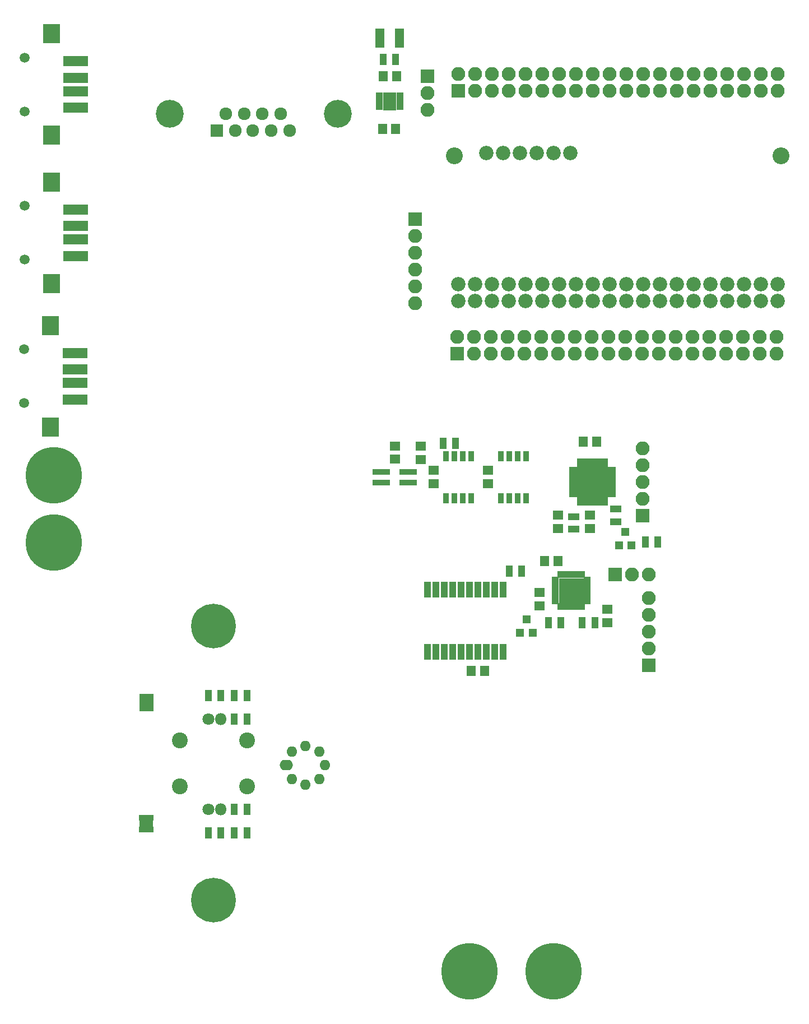
<source format=gbr>
G04 #@! TF.FileFunction,Soldermask,Top*
%FSLAX46Y46*%
G04 Gerber Fmt 4.6, Leading zero omitted, Abs format (unit mm)*
G04 Created by KiCad (PCBNEW 4.0.6) date 09/10/17 19:14:27*
%MOMM*%
%LPD*%
G01*
G04 APERTURE LIST*
%ADD10C,0.100000*%
%ADD11R,3.790000X1.520000*%
%ADD12R,2.620000X2.840000*%
%ADD13C,1.500000*%
%ADD14R,1.050000X0.750000*%
%ADD15R,1.175000X1.600000*%
%ADD16R,2.100000X2.100000*%
%ADD17O,2.100000X2.100000*%
%ADD18C,6.750000*%
%ADD19R,1.400000X1.650000*%
%ADD20R,1.650000X1.400000*%
%ADD21R,1.400000X2.900000*%
%ADD22C,4.210000*%
%ADD23R,1.920000X1.920000*%
%ADD24C,1.920000*%
%ADD25C,8.500000*%
%ADD26C,2.178000*%
%ADD27C,2.550000*%
%ADD28R,1.200000X1.300000*%
%ADD29R,1.100000X1.700000*%
%ADD30R,1.700000X1.100000*%
%ADD31C,2.398980*%
%ADD32R,0.908000X1.543000*%
%ADD33R,0.750000X0.900000*%
%ADD34R,1.000000X2.350000*%
%ADD35C,1.800000*%
%ADD36O,1.800000X1.800000*%
%ADD37R,1.400000X0.770000*%
%ADD38R,0.770000X1.400000*%
%ADD39R,1.462500X1.462500*%
%ADD40R,1.100000X0.650000*%
%ADD41R,0.650000X1.100000*%
%ADD42R,2.125000X2.125000*%
%ADD43O,2.000000X1.600000*%
%ADD44O,1.600000X1.600000*%
%ADD45R,0.700000X0.900000*%
%ADD46R,1.280000X1.460000*%
G04 APERTURE END LIST*
D10*
D11*
X22390891Y-19360000D03*
X22390891Y-21860000D03*
X22390891Y-23860000D03*
X22390891Y-26360000D03*
D12*
X18710891Y-30530000D03*
X18710891Y-15190000D03*
D13*
X14710891Y-18800000D03*
X14710891Y-26920000D03*
D11*
X22390891Y-41743479D03*
X22390891Y-44243479D03*
X22390891Y-46243479D03*
X22390891Y-48743479D03*
D12*
X18710891Y-52913479D03*
X18710891Y-37573479D03*
D13*
X14710891Y-41183479D03*
X14710891Y-49303479D03*
D11*
X22285000Y-63425000D03*
X22285000Y-65925000D03*
X22285000Y-67925000D03*
X22285000Y-70425000D03*
D12*
X18605000Y-74595000D03*
X18605000Y-59255000D03*
D13*
X14605000Y-62865000D03*
X14605000Y-70985000D03*
D14*
X71400000Y-26375000D03*
X71400000Y-25725000D03*
X71400000Y-25075000D03*
X71400000Y-24425000D03*
X68300000Y-24425000D03*
X68300000Y-25075000D03*
X68300000Y-25725000D03*
X68300000Y-26375000D03*
D15*
X69462500Y-24800000D03*
X69462500Y-26000000D03*
X70237500Y-24800000D03*
X70237500Y-26000000D03*
D16*
X73660000Y-43180000D03*
D17*
X73660000Y-45720000D03*
X73660000Y-48260000D03*
X73660000Y-50800000D03*
X73660000Y-53340000D03*
X73660000Y-55880000D03*
D18*
X43180000Y-104648000D03*
X43180000Y-146050000D03*
D19*
X101076000Y-76835000D03*
X99076000Y-76835000D03*
D20*
X100076000Y-87916000D03*
X100076000Y-89916000D03*
X95250000Y-87916000D03*
X95250000Y-89916000D03*
D21*
X71350000Y-15875000D03*
X68350000Y-15875000D03*
D19*
X68850000Y-21590000D03*
X70850000Y-21590000D03*
X68739000Y-29591000D03*
X70739000Y-29591000D03*
D20*
X74549000Y-79502000D03*
X74549000Y-77502000D03*
X70612000Y-79470000D03*
X70612000Y-77470000D03*
X84709000Y-81156252D03*
X84709000Y-83156252D03*
X76454000Y-81156252D03*
X76454000Y-83156252D03*
D19*
X82185000Y-111465990D03*
X84185000Y-111465990D03*
X93234000Y-94869000D03*
X95234000Y-94869000D03*
D20*
X102743000Y-102140000D03*
X102743000Y-104140000D03*
X92456000Y-99600000D03*
X92456000Y-101600000D03*
D16*
X75565000Y-21590000D03*
D17*
X75565000Y-24130000D03*
X75565000Y-26670000D03*
D16*
X80166160Y-23806452D03*
D17*
X80166160Y-21266452D03*
X82706160Y-23806452D03*
X82706160Y-21266452D03*
X85246160Y-23806452D03*
X85246160Y-21266452D03*
X87786160Y-23806452D03*
X87786160Y-21266452D03*
X90326160Y-23806452D03*
X90326160Y-21266452D03*
X92866160Y-23806452D03*
X92866160Y-21266452D03*
X95406160Y-23806452D03*
X95406160Y-21266452D03*
X97946160Y-23806452D03*
X97946160Y-21266452D03*
X100486160Y-23806452D03*
X100486160Y-21266452D03*
X103026160Y-23806452D03*
X103026160Y-21266452D03*
X105566160Y-23806452D03*
X105566160Y-21266452D03*
X108106160Y-23806452D03*
X108106160Y-21266452D03*
X110646160Y-23806452D03*
X110646160Y-21266452D03*
X113186160Y-23806452D03*
X113186160Y-21266452D03*
X115726160Y-23806452D03*
X115726160Y-21266452D03*
X118266160Y-23806452D03*
X118266160Y-21266452D03*
X120806160Y-23806452D03*
X120806160Y-21266452D03*
X123346160Y-23806452D03*
X123346160Y-21266452D03*
X125886160Y-23806452D03*
X125886160Y-21266452D03*
X128426160Y-23806452D03*
X128426160Y-21266452D03*
D16*
X80010000Y-63500000D03*
D17*
X80010000Y-60960000D03*
X82550000Y-63500000D03*
X82550000Y-60960000D03*
X85090000Y-63500000D03*
X85090000Y-60960000D03*
X87630000Y-63500000D03*
X87630000Y-60960000D03*
X90170000Y-63500000D03*
X90170000Y-60960000D03*
X92710000Y-63500000D03*
X92710000Y-60960000D03*
X95250000Y-63500000D03*
X95250000Y-60960000D03*
X97790000Y-63500000D03*
X97790000Y-60960000D03*
X100330000Y-63500000D03*
X100330000Y-60960000D03*
X102870000Y-63500000D03*
X102870000Y-60960000D03*
X105410000Y-63500000D03*
X105410000Y-60960000D03*
X107950000Y-63500000D03*
X107950000Y-60960000D03*
X110490000Y-63500000D03*
X110490000Y-60960000D03*
X113030000Y-63500000D03*
X113030000Y-60960000D03*
X115570000Y-63500000D03*
X115570000Y-60960000D03*
X118110000Y-63500000D03*
X118110000Y-60960000D03*
X120650000Y-63500000D03*
X120650000Y-60960000D03*
X123190000Y-63500000D03*
X123190000Y-60960000D03*
X125730000Y-63500000D03*
X125730000Y-60960000D03*
X128270000Y-63500000D03*
X128270000Y-60960000D03*
D22*
X61980000Y-27305000D03*
X36580000Y-27305000D03*
D23*
X43690000Y-29845000D03*
D24*
X46480000Y-29845000D03*
X49150000Y-29845000D03*
X51950000Y-29845000D03*
X54740000Y-29845000D03*
X45090000Y-27305000D03*
X47880000Y-27305000D03*
X50550000Y-27305000D03*
X53340000Y-27305000D03*
D25*
X94615000Y-156845000D03*
X81915000Y-156845000D03*
D16*
X103886000Y-96901000D03*
D17*
X106426000Y-96901000D03*
X108966000Y-96901000D03*
D16*
X108966000Y-110617000D03*
D17*
X108966000Y-108077000D03*
X108966000Y-105537000D03*
X108966000Y-102997000D03*
X108966000Y-100457000D03*
D25*
X19050000Y-92075000D03*
X19050000Y-81915000D03*
D26*
X80166160Y-53016452D03*
X80166160Y-55556452D03*
X82706160Y-53016452D03*
X82706160Y-55556452D03*
X85246160Y-53016452D03*
X85246160Y-55556452D03*
X87786160Y-53016452D03*
X87786160Y-55556452D03*
X90326160Y-53016452D03*
X90326160Y-55556452D03*
X92866160Y-53016452D03*
X92866160Y-55556452D03*
X95406160Y-53016452D03*
X95406160Y-55556452D03*
X97946160Y-53016452D03*
X97946160Y-55556452D03*
X100486160Y-53016452D03*
X100486160Y-55556452D03*
X103026160Y-53016452D03*
X103026160Y-55556452D03*
X105566160Y-53016452D03*
X105566160Y-55556452D03*
X108106160Y-53016452D03*
X108106160Y-55556452D03*
X110646160Y-53016452D03*
X110646160Y-55556452D03*
X113186160Y-53016452D03*
X113186160Y-55556452D03*
X115726160Y-53016452D03*
X115726160Y-55556452D03*
X118266160Y-53016452D03*
X118266160Y-55556452D03*
X120806160Y-53016452D03*
X120806160Y-55556452D03*
X123346160Y-53016452D03*
X123346160Y-55556452D03*
X125886160Y-53016452D03*
X125886160Y-55556452D03*
X128426160Y-53016452D03*
X128426160Y-55556452D03*
X84476160Y-33236452D03*
X87016160Y-33236452D03*
X89556160Y-33236452D03*
X92096160Y-33236452D03*
X94636160Y-33236452D03*
X97176160Y-33236452D03*
D27*
X79596160Y-33636452D03*
X128996160Y-33636452D03*
D28*
X104460000Y-92440000D03*
X106360000Y-92440000D03*
X105410000Y-90440000D03*
X89540000Y-105664000D03*
X91440000Y-105664000D03*
X90490000Y-103664000D03*
D29*
X68834000Y-19050000D03*
X70734000Y-19050000D03*
X110358000Y-91948000D03*
X108458000Y-91948000D03*
D30*
X104013000Y-88895000D03*
X104013000Y-86995000D03*
X97663000Y-88143000D03*
X97663000Y-90043000D03*
D29*
X77917000Y-77089000D03*
X79817000Y-77089000D03*
X42418000Y-135890000D03*
X44318000Y-135890000D03*
X98933000Y-104140000D03*
X100833000Y-104140000D03*
X89784000Y-96393000D03*
X87884000Y-96393000D03*
X95692000Y-104140000D03*
X93792000Y-104140000D03*
X46360000Y-135890000D03*
X48260000Y-135890000D03*
X42423000Y-115189000D03*
X44323000Y-115189000D03*
X46360000Y-115189000D03*
X48260000Y-115189000D03*
X46355000Y-132334000D03*
X48255000Y-132334000D03*
X46360000Y-118745000D03*
X48260000Y-118745000D03*
D31*
X48260000Y-128905000D03*
X38100000Y-128905000D03*
X48260000Y-121920000D03*
X38100000Y-121920000D03*
D32*
X86614000Y-78981252D03*
X87884000Y-78981252D03*
X89154000Y-78981252D03*
X90424000Y-78981252D03*
X90424000Y-85331252D03*
X89154000Y-85331252D03*
X87884000Y-85331252D03*
X86614000Y-85331252D03*
X78359000Y-78981252D03*
X79629000Y-78981252D03*
X80899000Y-78981252D03*
X82169000Y-78981252D03*
X82169000Y-85331252D03*
X80899000Y-85331252D03*
X79629000Y-85331252D03*
X78359000Y-85331252D03*
D33*
X73619000Y-82956252D03*
X72969000Y-82956252D03*
X72319000Y-82956252D03*
X71669000Y-82956252D03*
X71669000Y-81356252D03*
X72319000Y-81356252D03*
X72969000Y-81356252D03*
X73619000Y-81356252D03*
X69514000Y-82997919D03*
X68864000Y-82997919D03*
X68214000Y-82997919D03*
X67564000Y-82997919D03*
X67564000Y-81397919D03*
X68214000Y-81397919D03*
X68864000Y-81397919D03*
X69514000Y-81397919D03*
D34*
X75565000Y-108545990D03*
X76835000Y-108545990D03*
X78105000Y-108545990D03*
X79375000Y-108545990D03*
X80645000Y-108545990D03*
X81915000Y-108545990D03*
X83185000Y-108545990D03*
X84455000Y-108545990D03*
X85725000Y-108545990D03*
X86995000Y-108545990D03*
X86995000Y-99145990D03*
X85725000Y-99145990D03*
X84455000Y-99145990D03*
X83185000Y-99145990D03*
X81915000Y-99145990D03*
X80645000Y-99145990D03*
X79375000Y-99145990D03*
X78105000Y-99145990D03*
X76835000Y-99145990D03*
X75565000Y-99145990D03*
D35*
X42418000Y-132334000D03*
D36*
X44318000Y-132334000D03*
D35*
X42418000Y-118745000D03*
D36*
X44318000Y-118745000D03*
D37*
X103330250Y-84857750D03*
X103330250Y-84207750D03*
X103330250Y-83557750D03*
X103330250Y-82907750D03*
X103330250Y-82257750D03*
X103330250Y-81607750D03*
X103330250Y-80957750D03*
D38*
X102430250Y-80057750D03*
X101780250Y-80057750D03*
X101130250Y-80057750D03*
X100480250Y-80057750D03*
X99830250Y-80057750D03*
X99180250Y-80057750D03*
X98530250Y-80057750D03*
D37*
X97630250Y-80957750D03*
X97630250Y-81607750D03*
X97630250Y-82257750D03*
X97630250Y-82907750D03*
X97630250Y-83557750D03*
X97630250Y-84207750D03*
X97630250Y-84857750D03*
D38*
X98530250Y-85757750D03*
X99180250Y-85757750D03*
X99830250Y-85757750D03*
X100480250Y-85757750D03*
X101130250Y-85757750D03*
X101780250Y-85757750D03*
X102430250Y-85757750D03*
D39*
X98886500Y-81314000D03*
X98886500Y-82376500D03*
X98886500Y-83439000D03*
X98886500Y-84501500D03*
X99949000Y-81314000D03*
X99949000Y-82376500D03*
X99949000Y-83439000D03*
X99949000Y-84501500D03*
X101011500Y-81314000D03*
X101011500Y-82376500D03*
X101011500Y-83439000D03*
X101011500Y-84501500D03*
X102074000Y-81314000D03*
X102074000Y-82376500D03*
X102074000Y-83439000D03*
X102074000Y-84501500D03*
D40*
X94882000Y-97564000D03*
X94882000Y-98064000D03*
X94882000Y-98564000D03*
X94882000Y-99064000D03*
X94882000Y-99564000D03*
X94882000Y-100064000D03*
X94882000Y-100564000D03*
X94882000Y-101064000D03*
D41*
X95532000Y-101714000D03*
X96032000Y-101714000D03*
X96532000Y-101714000D03*
X97032000Y-101714000D03*
X97532000Y-101714000D03*
X98032000Y-101714000D03*
X98532000Y-101714000D03*
X99032000Y-101714000D03*
D40*
X99682000Y-101064000D03*
X99682000Y-100564000D03*
X99682000Y-100064000D03*
X99682000Y-99564000D03*
X99682000Y-99064000D03*
X99682000Y-98564000D03*
X99682000Y-98064000D03*
X99682000Y-97564000D03*
D41*
X99032000Y-96914000D03*
X98532000Y-96914000D03*
X98032000Y-96914000D03*
X97532000Y-96914000D03*
X97032000Y-96914000D03*
X96532000Y-96914000D03*
X96032000Y-96914000D03*
X95532000Y-96914000D03*
D42*
X98144500Y-100176500D03*
X98144500Y-98451500D03*
X96419500Y-100176500D03*
X96419500Y-98451500D03*
D43*
X54197248Y-125697248D03*
D44*
X55052496Y-127762000D03*
X57117248Y-128617248D03*
X59182000Y-127762000D03*
X60037248Y-125697248D03*
X59182000Y-123632496D03*
X57117248Y-122777248D03*
X55052496Y-123632496D03*
D45*
X32282000Y-135382000D03*
X32782000Y-135382000D03*
X33282000Y-135382000D03*
X33782000Y-135382000D03*
X33782000Y-133582000D03*
X33282000Y-133582000D03*
X32782000Y-133582000D03*
X32282000Y-133582000D03*
D46*
X33472000Y-134482000D03*
X32592000Y-134482000D03*
D45*
X33838000Y-115305000D03*
X33338000Y-115305000D03*
X32838000Y-115305000D03*
X32338000Y-115305000D03*
X32338000Y-117105000D03*
X32838000Y-117105000D03*
X33338000Y-117105000D03*
X33838000Y-117105000D03*
D46*
X32648000Y-116205000D03*
X33528000Y-116205000D03*
D16*
X108077000Y-88011000D03*
D17*
X108077000Y-85471000D03*
X108077000Y-82931000D03*
X108077000Y-80391000D03*
X108077000Y-77851000D03*
M02*

</source>
